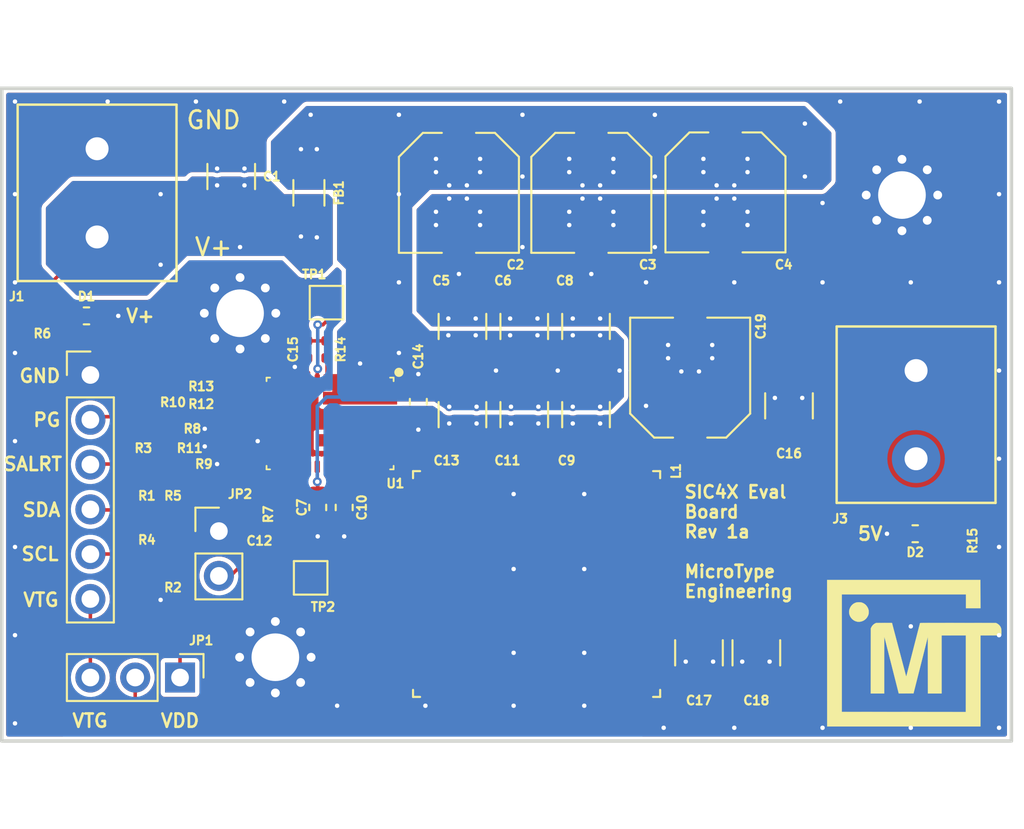
<source format=kicad_pcb>
(kicad_pcb (version 20210824) (generator pcbnew)
  (layers (0 "F.Cu" signal) (1 "In1.Cu" power) (2 "In2.Cu" power) (31 "B.Cu" signal) (34 "B.Paste" user) (35 "F.Paste" user) (36 "B.SilkS" user "B.Silkscreen") (37 "F.SilkS" user "F.Silkscreen") (38 "B.Mask" user) (39 "F.Mask" user) (44 "Edge.Cuts" user))
  (net 0 "")
  (net 1 "+12V")
  (net 2 "GND")
  (net 3 "Net-(C10-Pad1)")
  (net 4 "/VDD")
  (net 5 "+5V")
  (net 6 "Net-(D1-Pad2)")
  (net 7 "Net-(D2-Pad2)")
  (net 8 "/PGOOD")
  (net 9 "/EXTERN_VTG")
  (net 10 "/SDA")
  (net 11 "/SCL")
  (net 12 "/SALERT")
  (net 13 "/PULLUP_VTG")
  (net 14 "/EN")
  (net 15 "Net-(L1-Pad1)")
  (net 16 "Net-(R8-Pad1)")
  (net 17 "Net-(TP1-Pad1)")
  (net 18 "Net-(TP2-Pad1)")
  (net 22 "Net-(C11-Pad1)")
  (net 23 "Net-(C15-Pad1)")
  (net 24 "Net-(C15-Pad2)")
  (net 25 "Net-(R9-Pad1)")
  (net 26 "Net-(J2-Pad4)")
  (net 27 "Net-(J2-Pad5)")
  (net 28 "Net-(R11-Pad1)")
  (net 29 "Net-(R12-Pad1)")
  (net 30 "Net-(R13-Pad1)")
  (net 31 "Net-(R14-Pad2)")
  (net 32 "Net-(J2-Pad3)")
  (footprint "eval-board-1_buck-regulator:SiC45X" (layer "F.Cu") (at 18.6 19 -90)
    (fp_text reference "U1")
    (fp_text value "SIC453ED-T1-GE3")
  )
  (footprint "eval-board-1_buck-regulator:CAPACITOR_0402N" (layer "F.Cu") (at 12.6 20.3 180)
    (fp_text reference "R11")
    (fp_text value "8.87K")
  )
  (footprint "eval-board-1_buck-regulator:CAPAE660X580L260X65N" (layer "F.Cu") (at 41 5.9 -90)
    (fp_text reference "C4")
    (fp_text value "UCH1V470MCS1GS")
  )
  (footprint "eval-board-1_buck-regulator:1935776" (layer "F.Cu") (at 5.4 5.925 -90)
    (fp_text reference "J1")
    (fp_text value "Conn_01x02")
  )
  (footprint "TestPoint:TestPoint_Pad_1.5x1.5mm" (layer "F.Cu") (at 17.5 27.75 90)
    (fp_text reference "TP2")
    (fp_text value "TestPoint")
  )
  (footprint "eval-board-1_buck-regulator:CAPACITOR_0603N" (layer "F.Cu") (at 23.6 17.76 -90)
    (fp_text reference "C14")
    (fp_text value "GRM188R61H225ME11D")
  )
  (footprint "eval-board-1_buck-regulator:CAPACITOR_1210N" (layer "F.Cu") (at 13 5 90)
    (fp_text reference "C1")
    (fp_text value "GRM32ER71C226KEA8")
  )
  (footprint "eval-board-1_buck-regulator:CAPACITOR_1210N" (layer "F.Cu") (at 26.1 18.5 -90)
    (fp_text reference "C13")
    (fp_text value "GRM32ER71E226ME15K")
  )
  (footprint "eval-board-1_buck-regulator:CAPACITOR_0402N" (layer "F.Cu") (at 13.4 21.3 180)
    (fp_text reference "R9")
    (fp_text value "8.87K")
  )
  (footprint "Connector_PinHeader_2.54mm:PinHeader_1x03_P2.54mm_Vertical" (layer "F.Cu") (at 10.1 33.4 -90)
    (fp_text reference "JP1")
    (fp_text value "Jumper_NC_Dual")
  )
  (footprint "eval-board-1_buck-regulator:CAPACITOR_0402N" (layer "F.Cu") (at 54.15 25.65 90)
    (fp_text reference "R15")
    (fp_text value "220")
  )
  (footprint "eval-board-1_buck-regulator:CAPACITOR_1206N" (layer "F.Cu") (at 17.4 5.925 90)
    (fp_text reference "FB1")
    (fp_text value "74279221100")
  )
  (footprint "eval-board-1_buck-regulator:CAPACITOR_1210N" (layer "F.Cu") (at 39.5 32 -90)
    (fp_text reference "C17")
    (fp_text value "GRM32ER71C226KEA8")
  )
  (footprint "eval-board-1_buck-regulator:CAPACITOR_0402N" (layer "F.Cu") (at 13.3 16.9 180)
    (fp_text reference "R13")
    (fp_text value "10K")
  )
  (footprint "eval-board-1_buck-regulator:CAPACITOR_1210N" (layer "F.Cu") (at 29.6 13.5 90)
    (fp_text reference "C6")
    (fp_text value "GRM32ER71E226ME15K")
  )
  (footprint "MountingHole:MountingHole_2.7mm_M2.5_Pad_Via" (layer "F.Cu") (at 15.5 32.25)
    (fp_text reference "H3" hide)
    (fp_text value "MountingHole_Pad")
  )
  (footprint "eval-board-1_buck-regulator:CAPACITOR_1210N" (layer "F.Cu") (at 29.6 18.5 -90)
    (fp_text reference "C11")
    (fp_text value "GRM32ER71E226ME15K")
  )
  (footprint "eval-board-1_buck-regulator:CAPAE660X580L260X65N" (layer "F.Cu") (at 39 16.4 90)
    (fp_text reference "C19")
    (fp_text value "UCH1V470MCS1GS")
  )
  (footprint "eval-board-1_buck-regulator:CAPACITOR_1210N" (layer "F.Cu") (at 42.75 32 -90)
    (fp_text reference "C18")
    (fp_text value "GRM32ER71C226KEA8")
  )
  (footprint "eval-board-1_buck-regulator:CAPACITOR_0402N" (layer "F.Cu") (at 9.7 24.4 90)
    (fp_text reference "R5")
    (fp_text value "10K")
  )
  (footprint "eval-board-1_buck-regulator:CAPACITOR_0402N" (layer "F.Cu") (at 18.4 14.8 -90)
    (fp_text reference "R14")
    (fp_text value "2.2")
  )
  (footprint "TestPoint:TestPoint_Pad_1.5x1.5mm" (layer "F.Cu") (at 18.4 12.15)
    (fp_text reference "TP1")
    (fp_text value "TestPoint")
  )
  (footprint "footprints:CAPACITOR_0603N" (layer "F.Cu") (at 17.9 23.76 -90)
    (fp_text reference "C7")
    (fp_text value "GRM188R61H225ME11D")
  )
  (footprint "eval-board-1_buck-regulator:CAPACITOR_0402N" (layer "F.Cu") (at 15.85 24.15 90)
    (fp_text reference "R7")
    (fp_text value "10K")
  )
  (footprint "eval-board-1_buck-regulator:CAPACITOR_0603N" (layer "F.Cu") (at 19.4 23.76 -90)
    (fp_text reference "C10")
    (fp_text value "4.7u")
  )
  (footprint "eval-board-1_buck-regulator:CAPACITOR_0402N" (layer "F.Cu") (at 9.7 26.9 90)
    (fp_text reference "R2")
    (fp_text value "10K")
  )
  (footprint "MountingHole:MountingHole_2.7mm_M2.5_Pad_Via" (layer "F.Cu") (at 51 6.05)
    (fp_text reference "H1" hide)
    (fp_text value "MountingHole_Pad")
  )
  (footprint "eval-board-1_buck-regulator:CAPACITOR_1210N" (layer "F.Cu") (at 33.1 18.5 -90)
    (fp_text reference "C9")
    (fp_text value "GRM32ER71E226ME15K")
  )
  (footprint "Connector_PinHeader_2.54mm:PinHeader_1x06_P2.54mm_Vertical" (layer "F.Cu") (at 5.02 16.25)
    (fp_text reference "J2" hide)
    (fp_text value "Conn_01x06")
  )
  (footprint "eval-board-1_buck-regulator:CAPACITOR_0402N" (layer "F.Cu") (at 2.3 12.9)
    (fp_text reference "R6")
    (fp_text value "510")
  )
  (footprint "eval-board-1_buck-regulator:CAPACITOR_0402N" (layer "F.Cu") (at 8.22 26.4)
    (fp_text reference "R4")
    (fp_text value "220")
  )
  (footprint "eval-board-1_buck-regulator:CAPACITOR_0402N" (layer "F.Cu") (at 13.3 17.9 180)
    (fp_text reference "R12")
    (fp_text value "10K")
  )
  (footprint "eval-board-1_buck-regulator:CAPACITOR_0603N" (layer "F.Cu") (at 4.8 12.9 180)
    (fp_text reference "D1")
    (fp_text value "LED")
  )
  (footprint "eval-board-1_buck-regulator:CAPACITOR_0402N" (layer "F.Cu") (at 9.72 19.1 90)
    (fp_text reference "R10")
    (fp_text value "10K")
  )
  (footprint "eval-board-1_buck-regulator:CAPACITOR_0402N" (layer "F.Cu") (at 8.22 23.9)
    (fp_text reference "R1")
    (fp_text value "220")
  )
  (footprint "eval-board-1_buck-regulator:CAPACITOR_1210N" (layer "F.Cu") (at 33.1 13.5 90)
    (fp_text reference "C8")
    (fp_text value "GRM32ER71E226ME15K")
  )
  (footprint "eval-board-1_buck-regulator:1935776" (layer "F.Cu") (at 51.8 18.5 -90)
    (fp_text reference "J3")
    (fp_text value "Conn_01x02")
  )
  (footprint "eval-board-1_buck-regulator:CAPACITOR_0402N" (layer "F.Cu") (at 8.02 21.3)
    (fp_text reference "R3")
    (fp_text value "220")
  )
  (footprint "eval-board-1_buck-regulator:CAPACITOR_0402N" (layer "F.Cu") (at 17.3 14.8 90)
    (fp_text reference "C15")
    (fp_text value "0.1uF")
  )
  (footprint "Connector_PinHeader_2.54mm:PinHeader_1x02_P2.54mm_Vertical" (layer "F.Cu") (at 12.3 25.1)
    (fp_text reference "JP2")
    (fp_text value "Jumper")
  )
  (footprint "eval-board-1_buck-regulator:CAPAE660X580L260X65N" (layer "F.Cu") (at 25.9 5.925 -90)
    (fp_text reference "C2")
    (fp_text value "UCH1V470MCS1GS")
  )
  (footprint "MountingHole:MountingHole_2.7mm_M2.5_Pad_Via" (layer "F.Cu") (at 13.5 12.75)
    (fp_text reference "H2" hide)
    (fp_text value "MountingHole_Pad")
  )
  (footprint "eval-board-1_buck-regulator:PA4343_PM4343" (layer "F.Cu") (at 30.3 28.1 90)
    (fp_text reference "L1")
    (fp_text value "PA4343.102NLT")
  )
  (footprint "eval-board-1_buck-regulator:CAPACITOR_0603N" (layer "F.Cu") (at 51.75 25.25)
    (fp_text reference "D2")
    (fp_text value "LED")
  )
  (footprint "eval-board-1_buck-regulator:CAPAE660X580L260X65N" (layer "F.Cu") (at 33.4 5.925 -90)
    (fp_text reference "C3")
    (fp_text value "UCH1V470MCS1GS")
  )
  (footprint "eval-board-1_buck-regulator:CAPACITOR_1210N" (layer "F.Cu") (at 26.1 13.5 90)
    (fp_text reference "C5")
    (fp_text value "GRM32ER71E226ME15K")
  )
  (footprint "eval-board-1_buck-regulator:CAPACITOR_1210N" (layer "F.Cu") (at 44.6 18 90)
    (fp_text reference "C16")
    (fp_text value "GRM32ER71C226KEA8")
  )
  (footprint "footprints:MTE_LOGO_25.4MM" (layer "F.Cu") (at 51.7 32)
    (fp_text reference "G***" hide)
    (fp_text value "LOGO" hide)
  )
  (footprint "eval-board-1_buck-regulator:CAPACITOR_0402N" (layer "F.Cu") (at 16.3 25.65)
    (fp_text reference "C12")
    (fp_text value "1u")
  )
  (footprint "eval-board-1_buck-regulator:CAPACITOR_0402N" (layer "F.Cu") (at 12.6 19.3 180)
    (fp_text reference "R8")
    (fp_text value "8.87K")
  )
  (gr_rect (start 0 0) (end 57.2 37) (layer "Edge.Cuts") (width 0.2) (fill none))
  (gr_text "VTG" (at 3.3 29) (layer "F.SilkS") (effects (font (size 0.75 0.75)) (justify right)))
  (gr_text "PG" (at 3.4 18.8) (layer "F.SilkS") (effects (font (size 0.75 0.75)) (justify right)))
  (gr_text "GND" (at 12 1.8) (layer "F.SilkS") (effects (font (size 1 1))))
  (gr_text "SDA" (at 3.4 23.9) (layer "F.SilkS") (effects (font (size 0.75 0.75)) (justify right)))
  (gr_text "SIC4X Eval\nBoard\nRev 1a\n\nMicroType\nEngineering" (at 38.6 25.7) (layer "F.SilkS") (effects (font (size 0.7 0.7)) (justify left)))
  (gr_text "V+" (at 7.85 12.9) (layer "F.SilkS") (effects (font (size 0.75 0.75))))
  (gr_text "VTG" (at 5 35.85) (layer "F.SilkS") (effects (font (size 0.75 0.75))))
  (gr_text "GND" (at 3.4 16.3) (layer "F.SilkS") (effects (font (size 0.75 0.75)) (justify right)))
  (gr_text "V+" (at 12 9) (layer "F.SilkS") (effects (font (size 1 1))))
  (gr_text "5V" (at 49.2 25.25) (layer "F.SilkS") (effects (font (size 0.75 0.75))))
  (gr_text "SALRT" (at 3.5 21.3) (layer "F.SilkS") (effects (font (size 0.75 0.75)) (justify right)))
  (gr_text "SCL" (at 3.3 26.4) (layer "F.SilkS") (effects (font (size 0.75 0.75)) (justify right)))
  (gr_text "VDD" (at 10.1 35.85) (layer "F.SilkS") (effects (font (size 0.75 0.75))))
  (segment (start 1.815 12.9) (end 1.35 12.9) (width 0.2) (layer "F.Cu") (net 1))
  (segment (start 1.25 12.575) (end 5.4 8.425) (width 0.2) (layer "F.Cu") (net 1))
  (segment (start 1.25 12.8) (end 1.25 12.575) (width 0.2) (layer "F.Cu") (net 1))
  (segment (start 1.35 12.9) (end 1.25 12.8) (width 0.2) (layer "F.Cu") (net 1))
  (segment (start 7.25 6.575) (end 5.4 8.425) (width 0.2) (layer "F.Cu") (net 1))
  (segment (start 12.9 6.575) (end 7.25 6.575) (width 0.2) (layer "F.Cu") (net 1))
  (via (at 9 6) (size 0.5) (drill 0.25) (layers "F.Cu" "B.Cu") (net 1))
  (via (at 17.85 8.45) (size 0.5) (drill 0.25) (layers "F.Cu" "B.Cu") (net 1))
  (via (at 16.95 8.4) (size 0.5) (drill 0.25) (layers "F.Cu" "B.Cu") (net 1))
  (via (at 13.75 5.5) (size 0.5) (drill 0.25) (layers "F.Cu" "B.Cu") (net 1))
  (via (at 9 10) (size 0.5) (drill 0.25) (layers "F.Cu" "B.Cu") (net 1))
  (via (at 13.5 9) (size 0.5) (drill 0.25) (layers "F.Cu" "B.Cu") (net 1))
  (via (at 12.2 5.5) (size 0.5) (drill 0.25) (layers "F.Cu" "B.Cu") (net 1))
  (segment (start 2.6 34.9) (end 4.1 36.4) (width 0.2) (layer "F.Cu") (net 2))
  (segment (start 19.4 24.52) (end 19.4 25.4) (width 0.2) (layer "F.Cu") (net 2))
  (segment (start 37.75 34.05) (end 37.75 33.725) (width 0.2) (layer "F.Cu") (net 2))
  (segment (start 26.1 10.725) (end 25.9 10.525) (width 0.2) (layer "F.Cu") (net 2))
  (segment (start 2.6 14.6) (end 2.6 34.9) (width 0.2) (layer "F.Cu") (net 2))
  (segment (start 10.7 16.9) (end 7.6 13.8) (width 0.2) (layer "F.Cu") (net 2))
  (segment (start 5.56 12.9) (end 6.6 12.9) (width 0.2) (layer "F.Cu") (net 2))
  (segment (start 12.915 21.3) (end 12.9 21.3) (width 0.2) (layer "F.Cu") (net 2))
  (segment (start 33.4 8.37) (end 33.4 10.525) (width 0.2) (layer "F.Cu") (net 2))
  (segment (start 37.75 33.725) (end 38 33.475) (width 0.2) (layer "F.Cu") (net 2))
  (segment (start 12.115 20.3) (end 11.5 20.3) (width 0.2) (layer "F.Cu") (net 2))
  (segment (start 33.4 11.725) (end 33.1 12.025) (width 0.2) (layer "F.Cu") (net 2))
  (segment (start 38 33.475) (end 39.5 33.475) (width 0.2) (layer "F.Cu") (net 2))
  (segment (start 16.85 18.95) (end 15.8 20) (width 0.2) (layer "F.Cu") (net 2))
  (segment (start 12.115 19.3) (end 11.5 19.3) (width 0.2) (layer "F.Cu") (net 2))
  (segment (start 15.1 20) (end 14.5 20) (width 0.2) (layer "F.Cu") (net 2))
  (segment (start 26.1 12.025) (end 26.1 10.725) (width 0.2) (layer "F.Cu") (net 2))
  (segment (start 7.6 13.8) (end 3.4 13.8) (width 0.2) (layer "F.Cu") (net 2))
  (segment (start 12.9 21.3) (end 12.2 21.3) (width 0.2) (layer "F.Cu") (net 2))
  (segment (start 4.1 36.4) (end 35.4 36.4) (width 0.2) (layer "F.Cu") (net 2))
  (segment (start 16.875 16.55) (end 16.875 16.065749) (width 0.2) (layer "F.Cu") (net 2))
  (segment (start 12.815 16.9) (end 10.7 16.9) (width 0.2) (layer "F.Cu") (net 2))
  (segment (start 29.6 12.025) (end 33.1 12.025) (width 0.2) (layer "F.Cu") (net 2))
  (segment (start 33.4 10.525) (end 33.4 11.725) (width 0.2) (layer "F.Cu") (net 2))
  (segment (start 17.9 24.52) (end 17.9 25.4) (width 0.2) (layer "F.Cu") (net 2))
  (segment (start 35.4 36.4) (end 37.75 34.05) (width 0.2) (layer "F.Cu") (net 2))
  (segment (start 26.1 12.025) (end 29.6 12.025) (width 0.2) (layer "F.Cu") (net 2))
  (segment (start 3.4 13.8) (end 2.6 14.6) (width 0.2) (layer "F.Cu") (net 2))
  (segment (start 25.9 8.37) (end 25.9 10.525) (width 0.2) (layer "F.Cu") (net 2))
  (segment (start 20.375 18.95) (end 16.85 18.95) (width 0.2) (layer "F.Cu") (net 2))
  (segment (start 23.6 18.52) (end 23.6 19.35) (width 0.2) (layer "F.Cu") (net 2))
  (segment (start 16.875 16.065749) (end 16.602336 15.793085) (width 0.2) (layer "F.Cu") (net 2))
  (segment (start 17.65 25.65) (end 17.9 25.4) (width 0.2) (layer "F.Cu") (net 2))
  (segment (start 15.15 20) (end 15.1 20) (width 0.2) (layer "F.Cu") (net 2))
  (segment (start 16.785 25.65) (end 17.65 25.65) (width 0.2) (layer "F.Cu") (net 2))
  (segment (start 15.8 20) (end 15.15 20) (width 0.2) (layer "F.Cu") (net 2))
  (via (at 13.75 4.55) (size 0.5) (drill 0.25) (layers "F.Cu" "B.Cu") (net 2))
  (via (at 19 35) (size 0.5) (drill 0.25) (layers "F.Cu" "B.Cu") (net 2))
  (via (at 40.25 15.3) (size 0.5) (drill 0.25) (layers "F.Cu" "B.Cu") (net 2))
  (via (at 0.75 31) (size 0.5) (drill 0.25) (layers "F.Cu" "B.Cu") (net 2))
  (via (at 37.75 15.3) (size 0.5) (drill 0.25) (layers "F.Cu" "B.Cu") (net 2))
  (via (at 14.5 20) (size 0.5) (drill 0.25) (layers "F.Cu" "B.Cu") (net 2))
  (via (at 30.35 13.05) (size 0.5) (drill 0.25) (layers "F.Cu" "B.Cu") (net 2))
  (via (at 33.4 10.525) (size 0.5) (drill 0.25) (layers "F.Cu" "B.Cu") (net 2))
  (via (at 33.9 6.25) (size 0.5) (drill 0.25) (layers "F.Cu" "B.Cu") (net 2))
  (via (at 17.9 25.4) (size 0.5) (drill 0.25) (layers "F.Cu" "B.Cu") (net 2))
  (via (at 33 32) (size 0.5) (drill 0.25) (layers "F.Cu" "B.Cu") (net 2))
  (via (at 51.5 11) (size 0.5) (drill 0.25) (layers "F.Cu" "B.Cu") (net 2))
  (via (at 46.5 6.5) (size 0.5) (drill 0.25) (layers "F.Cu" "B.Cu") (net 2))
  (via (at 29.5 9) (size 0.5) (drill 0.25) (layers "F.Cu" "B.Cu") (net 2))
  (via (at 23.6 19.35) (size 0.5) (drill 0.25) (layers "F.Cu" "B.Cu") (net 2))
  (via (at 56.5 26) (size 0.5) (drill 0.25) (layers "F.Cu" "B.Cu") (net 2))
  (via (at 16 0.75) (size 0.5) (drill 0.25) (layers "F.Cu" "B.Cu") (net 2))
  (via (at 16.602336 15.793085) (size 0.5) (drill 0.25) (layers "F.Cu" "B.Cu") (net 2))
  (via (at 50.15 25.25) (size 0.5) (drill 0.25) (layers "F.Cu" "B.Cu") (net 2))
  (via (at 51.5 30.5) (size 0.5) (drill 0.25) (layers "F.Cu" "B.Cu") (net 2))
  (via (at 24.6 7.75) (size 0.5) (drill 0.25) (layers "F.Cu" "B.Cu") (net 2))
  (via (at 56.5 16) (size 0.5) (drill 0.25) (layers "F.Cu" "B.Cu") (net 2))
  (via (at 28.8 13.05) (size 0.5) (drill 0.25) (layers "F.Cu" "B.Cu") (net 2))
  (via (at 42.25 7) (size 0.5) (drill 0.25) (layers "F.Cu" "B.Cu") (net 2))
  (via (at 34.65 7.75) (size 0.5) (drill 0.25) (layers "F.Cu" "B.Cu") (net 2))
  (via (at 25.3 13.05) (size 0.5) (drill 0.25) (layers "F.Cu" "B.Cu") (net 2))
  (via (at 33 23) (size 0.5) (drill 0.25) (layers "F.Cu" "B.Cu") (net 2))
  (via (at 39.5 16.05) (size 0.5) (drill 0.25) (layers "F.Cu" "B.Cu") (net 2))
  (via (at 40.3 32.5) (size 0.5) (drill 0.25) (layers "F.Cu" "B.Cu") (net 2))
  (via (at 25.9 10.525) (size 0.5) (drill 0.25) (layers "F.Cu" "B.Cu") (net 2))
  (via (at 36.5 11) (size 0.5) (drill 0.25) (layers "F.Cu" "B.Cu") (net 2))
  (via (at 33.9 13.05) (size 0.5) (drill 0.25) (layers "F.Cu" "B.Cu") (net 2))
  (via (at 26.85 13.05) (size 0.5) (drill 0.25) (layers "F.Cu" "B.Cu") (net 2))
  (via (at 56.5 31) (size 0.5) (drill 0.25) (layers "F.Cu" "B.Cu") (net 2))
  (via (at 19.4 25.4) (size 0.5) (drill 0.25) (layers "F.Cu" "B.Cu") (net 2))
  (via (at 32.35 19) (size 0.5) (drill 0.25) (layers "F.Cu" "B.Cu") (net 2))
  (via (at 32.15 7.75) (size 0.5) (drill 0.25) (layers "F.Cu" "B.Cu") (net 2))
  (via (at 6 0.75) (size 0.5) (drill 0.25) (layers "F.Cu" "B.Cu") (net 2))
  (via (at 56.5 0.75) (size 0.5) (drill 0.25) (layers "F.Cu" "B.Cu") (net 2))
  (via (at 32.35 13.05) (size 0.5) (drill 0.25) (layers "F.Cu" "B.Cu") (net 2))
  (via (at 39.75 7.75) (size 0.5) (drill 0.25) (layers "F.Cu" "B.Cu") (net 2))
  (via (at 29 23) (size 0.5) (drill 0.25) (layers "F.Cu" "B.Cu") (net 2))
  (via (at 24.6 7) (size 0.5) (drill 0.25) (layers "F.Cu" "B.Cu") (net 2))
  (via (at 40.25 14.55) (size 0.5) (drill 0.25) (layers "F.Cu" "B.Cu") (net 2))
  (via (at 42.25 7.75) (size 0.5) (drill 0.25) (layers "F.Cu" "B.Cu") (net 2))
  (via (at 25.35 19) (size 0.5) (drill 0.25) (layers "F.Cu" "B.Cu") (net 2))
  (via (at 33.9 19) (size 0.5) (drill 0.25) (layers "F.Cu" "B.Cu") (net 2))
  (via (at 11.5 19.3) (size 0.5) (drill 0.25) (layers "F.Cu" "B.Cu") (net 2))
  (via (at 28.85 19) (size 0.5) (drill 0.25) (layers "F.Cu" "B.Cu") (net 2))
  (via (at 41.5 36.25) (size 0.5) (drill 0.25) (layers "F.Cu" "B.Cu") (net 2))
  (via (at 27.1 7) (size 0.5) (drill 0.25) (layers "F.Cu" "B.Cu") (net 2))
  (via (at 11 0.75) (size 0.5) (drill 0.25) (layers "F.Cu" "B.Cu") (net 2))
  (via (at 46.5 36.25) (size 0.5) (drill 0.25) (layers "F.Cu" "B.Cu") (net 2))
  (via (at 0.75 0.75) (size 0.5) (drill 0.25) (layers "F.Cu" "B.Cu") (net 2))
  (via (at 39.75 7) (size 0.5) (drill 0.25) (layers "F.Cu" "B.Cu") (net 2))
  (via (at 29 27.25) (size 0.5) (drill 0.25) (layers "F.Cu" "B.Cu") (net 2))
  (via (at 43.8 17.55) (size 0.5) (drill 0.25) (layers "F.Cu" "B.Cu") (net 2))
  (via (at 56.5 36.25) (size 0.5) (drill 0.25) (layers "F.Cu" "B.Cu") (net 2))
  (via (at 37.5 36.25) (size 0.5) (drill 0.25) (layers "F.Cu" "B.Cu") (net 2))
  (via (at 32.9 6.25) (size 0.5) (drill 0.25) (layers "F.Cu" "B.Cu") (net 2))
  (via (at 33 27.25) (size 0.5) (drill 0.25) (layers "F.Cu" "B.Cu") (net 2))
  (via (at 36.5 18) (size 0.5) (drill 0.25) (layers "F.Cu" "B.Cu") (net 2))
  (via (at 9 29) (size 0.5) (drill 0.25) (layers "F.Cu" "B.Cu") (net 2))
  (via (at 34.65 7) (size 0.5) (drill 0.25) (layers "F.Cu" "B.Cu") (net 2))
  (via (at 51.5 36.25) (size 0.5) (drill 0.25) (layers "F.Cu" "B.Cu") (net 2))
  (via (at 43.5 32.5) (size 0.5) (drill 0.25) (layers "F.Cu" "B.Cu") (net 2))
  (via (at 12.2 21.3) (size 0.5) (drill 0.25) (layers "F.Cu" "B.Cu") (net 2))
  (via (at 27.1 7.75) (size 0.5) (drill 0.25) (layers "F.Cu" "B.Cu") (net 2))
  (via (at 56.5 11) (size 0.5) (drill 0.25) (layers "F.Cu" "B.Cu") (net 2))
  (via (at 40.5 6.25) (size 0.5) (drill 0.25) (layers "F.Cu" "B.Cu") (net 2))
  (via (at 26.35 6.25) (size 0.5) (drill 0.25) (layers "F.Cu" "B.Cu") (net 2))
  (via (at 24 35) (size 0.5) (drill 0.25) (layers "F.Cu" "B.Cu") (net 2))
  (via (at 0.75 11) (size 0.5) (drill 0.25) (layers "F.Cu" "B.Cu") (net 2))
  (via (at 12.2 4.55) (size 0.5) (drill 0.25) (layers "F.Cu" "B.Cu") (net 2))
  (via (at 38.75 32.5) (size 0.5) (drill 0.25) (layers "F.Cu" "B.Cu") (net 2))
  (via (at 37 9) (size 0.5) (drill 0.25) (layers "F.Cu" "B.Cu") (net 2))
  (via (at 0.75 6) (size 0.5) (drill 0.25) (layers "F.Cu" "B.Cu") (net 2))
  (via (at 0.75 26) (size 0.5) (drill 0.25) (layers "F.Cu" "B.Cu") (net 2))
  (via (at 0.75 20) (size 0.5) (drill 0.25) (layers "F.Cu" "B.Cu") (net 2))
  (via (at 32.15 7) (size 0.5) (drill 0.25) (layers "F.Cu" "B.Cu") (net 2))
  (via (at 46.5 11) (size 0.5) (drill 0.25) (layers "F.Cu" "B.Cu") (net 2))
  (via (at 37.75 14.55) (size 0.5) (drill 0.25) (layers "F.Cu" "B.Cu") (net 2))
  (via (at 25.35 6.25) (size 0.5) (drill 0.25) (layers "F.Cu" "B.Cu") (net 2))
  (via (at 6.6 12.9) (size 0.5) (drill 0.25) (layers "F.Cu" "B.Cu") (net 2))
  (via (at 33 35) (size 0.5) (drill 0.25) (layers "F.Cu" "B.Cu") (net 2))
  (via (at 0.75 36) (size 0.5) (drill 0.25) (layers "F.Cu" "B.Cu") (net 2))
  (via (at 45.35 17.55) (size 0.5) (drill 0.25) (layers "F.Cu" "B.Cu") (net 2))
  (via (at 41.5 6.25) (size 0.5) (drill 0.25) (layers "F.Cu" "B.Cu") (net 2))
  (via (at 11.5 20.3) (size 0.5) (drill 0.25) (layers "F.Cu" "B.Cu") (net 2))
  (via (at 56.5 6) (size 0.5) (drill 0.25) (layers "F.Cu" "B.Cu") (net 2))
  (via (at 38.5 16.05) (size 0.5) (drill 0.25) (layers "F.Cu" "B.Cu") (net 2))
  (via (at 29 32) (size 0.5) (drill 0.25) (layers "F.Cu" "B.Cu") (net 2))
  (via (at 29 35) (size 0.5) (drill 0.25) (layers "F.Cu" "B.Cu") (net 2))
  (via (at 41.5 11) (size 0.5) (drill 0.25) (layers "F.Cu" "B.Cu") (net 2))
  (via (at 26.9 19) (size 0.5) (drill 0.25) (layers "F.Cu" "B.Cu") (net 2))
  (via (at 30.4 19) (size 0.5) (drill 0.25) (layers "F.Cu" "B.Cu") (net 2))
  (via (at 0.75 15) (size 0.5) (drill 0.25) (layers "F.Cu" "B.Cu") (net 2))
  (via (at 56.5 21) (size 0.5) (drill 0.25) (layers "F.Cu" "B.Cu") (net 2))
  (via (at 41.95 32.5) (size 0.5) (drill 0.25) (layers "F.Cu" "B.Cu") (net 2))
  (via (at 52 0.75) (size 0.5) (drill 0.25) (layers "F.Cu" "B.Cu") (net 2))
  (via (at 47.5 0.75) (size 0.5) (drill 0.25) (layers "F.Cu" "B.Cu") (net 2))
  (segment (start 18.942222 22.2) (end 18.6 22.2) (width 0.2) (layer "F.Cu") (net 3))
  (segment (start 19.4 23) (end 19.4 22.657778) (width 0.2) (layer "F.Cu") (net 3))
  (segment (start 19.4 22.657778) (end 18.942222 22.2) (width 0.2) (layer "F.Cu") (net 3))
  (segment (start 18.6 22.2) (end 18.375 21.975) (width 0.2) (layer "F.Cu") (net 3))
  (segment (start 18.375 21.975) (end 18.375 21.45) (width 0.2) (layer "F.Cu") (net 3))
  (segment (start 14.85 26.65) (end 15.6 26.65) (width 0.2) (layer "F.Cu") (net 4))
  (segment (start 15.85 25.615) (end 15.815 25.65) (width 0.2) (layer "F.Cu") (net 4))
  (segment (start 15.815 26.435) (end 15.815 25.65) (width 0.2) (layer "F.Cu") (net 4))
  (segment (start 15.6 26.65) (end 15.815 26.435) (width 0.2) (layer "F.Cu") (net 4))
  (segment (start 10.75 29.25) (end 13 29.25) (width 0.2) (layer "F.Cu") (net 4))
  (segment (start 13.75 27.75) (end 14.85 26.65) (width 0.2) (layer "F.Cu") (net 4))
  (segment (start 16.465 24.635) (end 16.7 24.4) (width 0.2) (layer "F.Cu") (net 4))
  (segment (start 13.75 28.5) (end 13.75 27.75) (width 0.2) (layer "F.Cu") (net 4))
  (segment (start 10.1 29.9) (end 10.75 29.25) (width 0.2) (layer "F.Cu") (net 4))
  (segment (start 13 29.25) (end 13.75 28.5) (width 0.2) (layer "F.Cu") (net 4))
  (segment (start 15.85 24.635) (end 15.85 25.615) (width 0.2) (layer "F.Cu") (net 4))
  (segment (start 10.1 33.4) (end 10.1 29.9) (width 0.2) (layer "F.Cu") (net 4))
  (segment (start 17.375 21.925) (end 17.375 21.45) (width 0.2) (layer "F.Cu") (net 4))
  (segment (start 16.7 24.4) (end 16.7 22.6) (width 0.2) (layer "F.Cu") (net 4))
  (segment (start 16.7 22.6) (end 17.375 21.925) (width 0.2) (layer "F.Cu") (net 4))
  (segment (start 15.85 24.635) (end 16.465 24.635) (width 0.2) (layer "F.Cu") (net 4))
  (segment (start 3.7 14.4) (end 3.1 15) (width 0.2) (layer "F.Cu") (net 5))
  (segment (start 4.4 35.9) (end 35.2 35.9) (width 0.2) (layer "F.Cu") (net 5))
  (segment (start 3.1 34.6) (end 4.4 35.9) (width 0.2) (layer "F.Cu") (net 5))
  (segment (start 54 27.5) (end 48.25 27.5) (width 0.2) (layer "F.Cu") (net 5))
  (segment (start 37.2 33.9) (end 37.2 31.05) (width 0.2) (layer "F.Cu") (net 5))
  (segment (start 37.2 31.05) (end 37.725 30.525) (width 0.2) (layer "F.Cu") (net 5))
  (segment (start 48.25 27.5) (end 48 27.25) (width 0.2) (layer "F.Cu") (net 5))
  (segment (start 54.15 26.135) (end 54.15 27.35) (width 0.2) (layer "F.Cu") (net 5))
  (segment (start 7.2 14.4) (end 3.7 14.4) (width 0.2) (layer "F.Cu") (net 5))
  (segment (start 35.2 35.9) (end 37.2 33.9) (width 0.2) (layer "F.Cu") (net 5))
  (segment (start 3.1 15) (end 3.1 34.6) (width 0.2) (layer "F.Cu") (net 5))
  (segment (start 12.815 17.9) (end 10.7 17.9) (width 0.2) (layer "F.Cu") (net 5))
  (segment (start 37.725 30.525) (end 39.5 30.525) (width 0.2) (layer "F.Cu") (net 5))
  (segment (start 54.15 27.35) (end 54 27.5) (width 0.2) (layer "F.Cu") (net 5))
  (segment (start 10.7 17.9) (end 7.2 14.4) (width 0.2) (layer "F.Cu") (net 5))
  (segment (start 2.785 12.9) (end 4.04 12.9) (width 0.2) (layer "F.Cu") (net 6))
  (segment (start 54.15 25.165) (end 52.595 25.165) (width 0.2) (layer "F.Cu") (net 7))
  (segment (start 52.595 25.165) (end 52.51 25.25) (width 0.2) (layer "F.Cu") (net 7))
  (segment (start 5.16 18.6) (end 5.02 18.74) (width 0.2) (layer "F.Cu") (net 8))
  (segment (start 5.02 18.79) (end 5.21 18.6) (width 0.2) (layer "F.Cu") (net 8))
  (segment (start 13.6 18.5) (end 13.485 18.615) (width 0.2) (layer "F.Cu") (net 8))
  (segment (start 13.485 18.615) (end 9.72 18.615) (width 0.2) (layer "F.Cu") (net 8))
  (segment (start 9.72 18.615) (end 5.195 18.615) (width 0.2) (layer "F.Cu") (net 8))
  (segment (start 15.15 18.5) (end 13.6 18.5) (width 0.2) (layer "F.Cu") (net 8))
  (segment (start 5.02 33.4) (end 5.02 28.95) (width 0.2) (layer "F.Cu") (net 9))
  (segment (start 9.7 23.35) (end 9.7 23.915) (width 0.2) (layer "F.Cu") (net 10))
  (segment (start 15 21.6) (end 15 21.8) (width 0.2) (layer "F.Cu") (net 10))
  (segment (start 15.875 21.45) (end 15.15 21.45) (width 0.2) (layer "F.Cu") (net 10))
  (segment (start 13.75 23.05) (end 10 23.05) (width 0.2) (layer "F.Cu") (net 10))
  (segment (start 8.705 23.9) (end 9.685 23.9) (width 0.2) (layer "F.Cu") (net 10))
  (segment (start 9.685 23.9) (end 9.7 23.915) (width 0.2) (layer "F.Cu") (net 10))
  (segment (start 15 21.8) (end 13.75 23.05) (width 0.2) (layer "F.Cu") (net 10))
  (segment (start 10 23.05) (end 9.7 23.35) (width 0.2) (layer "F.Cu") (net 10))
  (segment (start 15.15 21.45) (end 15 21.6) (width 0.2) (layer "F.Cu") (net 10))
  (segment (start 14.6 23.6) (end 16.375 21.825) (width 0.2) (layer "F.Cu") (net 11))
  (segment (start 11.3 23.6) (end 14.6 23.6) (width 0.2) (layer "F.Cu") (net 11))
  (segment (start 9.7 26.415) (end 10.285 26.415) (width 0.2) (layer "F.Cu") (net 11))
  (segment (start 16.375 21.825) (end 16.375 21.45) (width 0.2) (layer "F.Cu") (net 11))
  (segment (start 10.7 24.2) (end 11.3 23.6) (width 0.2) (layer "F.Cu") (net 11))
  (segment (start 10.7 26) (end 10.7 24.2) (width 0.2) (layer "F.Cu") (net 11))
  (segment (start 9.685 26.4) (end 9.7 26.415) (width 0.2) (layer "F.Cu") (net 11))
  (segment (start 10.285 26.415) (end 10.7 26) (width 0.2) (layer "F.Cu") (net 11))
  (segment (start 8.705 26.4) (end 9.685 26.4) (width 0.2) (layer "F.Cu") (net 11))
  (segment (start 14.1 22.1) (end 11.8 22.1) (width 0.2) (layer "F.Cu") (net 12))
  (segment (start 11 21.3) (end 8.505 21.3) (width 0.2) (layer "F.Cu") (net 12))
  (segment (start 14.5 21.7) (end 14.1 22.1) (width 0.2) (layer "F.Cu") (net 12))
  (segment (start 11.8 22.1) (end 11 21.3) (width 0.2) (layer "F.Cu") (net 12))
  (segment (start 15.15 21) (end 14.6 21) (width 0.2) (layer "F.Cu") (net 12))
  (segment (start 14.6 21) (end 14.5 21.1) (width 0.2) (layer "F.Cu") (net 12))
  (segment (start 14.5 21.1) (end 14.5 21.7) (width 0.2) (layer "F.Cu") (net 12))
  (segment (start 7.3 34.85) (end 7.56 34.59) (width 0.2) (layer "F.Cu") (net 13))
  (segment (start 8.065 19.585) (end 7.6 20.05) (width 0.2) (layer "F.Cu") (net 13))
  (segment (start 3.65 25.55) (end 3.65 27.3) (width 0.2) (layer "F.Cu") (net 13))
  (segment (start 4.1 25.1) (end 3.65 25.55) (width 0.2) (layer "F.Cu") (net 13))
  (segment (start 3.95 20.05) (end 3.65 20.35) (width 0.2) (layer "F.Cu") (net 13))
  (segment (start 3.65 24.65) (end 4.1 25.1) (width 0.2) (layer "F.Cu") (net 13))
  (segment (start 3.65 28.1) (end 3.65 34.2) (width 0.2) (layer "F.Cu") (net 13))
  (segment (start 4.3 34.85) (end 7.3 34.85) (width 0.2) (layer "F.Cu") (net 13))
  (segment (start 9.72 19.585) (end 8.065 19.585) (width 0.2) (layer "F.Cu") (net 13))
  (segment (start 3.65 34.2) (end 4.3 34.85) (width 0.2) (layer "F.Cu") (net 13))
  (segment (start 4.05 27.7) (end 8.2 27.7) (width 0.2) (layer "F.Cu") (net 13))
  (segment (start 8.515 27.385) (end 9.7 27.385) (width 0.2) (layer "F.Cu") (net 13))
  (segment (start 4.05 27.7) (end 3.65 28.1) (width 0.2) (layer "F.Cu") (net 13))
  (segment (start 8.2 27.7) (end 8.515 27.385) (width 0.2) (layer "F.Cu") (net 13))
  (segment (start 7.6 20.05) (end 3.95 20.05) (width 0.2) (layer "F.Cu") (net 13))
  (segment (start 3.65 20.35) (end 3.65 24.65) (width 0.2) (layer "F.Cu") (net 13))
  (segment (start 7.56 34.59) (end 7.56 33.4) (width 0.2) (layer "F.Cu") (net 13))
  (segment (start 3.65 27.3) (end 4.05 27.7) (width 0.2) (layer "F.Cu") (net 13))
  (segment (start 4.1 25.1) (end 9.485 25.1) (width 0.2) (layer "F.Cu") (net 13))
  (segment (start 9.485 25.1) (end 9.7 24.885) (width 0.2) (layer "F.Cu") (net 13))
  (segment (start 15.85 22.91329) (end 16.875 21.88829) (width 0.2) (layer "F.Cu") (net 14))
  (segment (start 12.96 27.64) (end 12.3 27.64) (width 0.2) (layer "F.Cu") (net 14))
  (segment (start 15.385 23.665) (end 14.7 24.35) (width 0.2) (layer "F.Cu") (net 14))
  (segment (start 15.85 23.665) (end 15.85 22.91329) (width 0.2) (layer "F.Cu") (net 14))
  (segment (start 14.7 24.35) (end 14.7 25.9) (width 0.2) (layer "F.Cu") (net 14))
  (segment (start 14.7 25.9) (end 12.96 27.64) (width 0.2) (layer "F.Cu") (net 14))
  (segment (start 16.875 21.88829) (end 16.875 21.45) (width 0.2) (layer "F.Cu") (net 14))
  (segment (start 15.85 23.665) (end 15.385 23.665) (width 0.2) (layer "F.Cu") (net 14))
  (segment (start 24.75 24.65) (end 23.3 23.2) (width 0.2) (layer "F.Cu") (net 15))
  (segment (start 20.625 22.325) (end 20.625 20.95) (width 0.2) (layer "F.Cu") (net 15))
  (segment (start 24.75 28.1) (end 24.75 24.65) (width 0.2) (layer "F.Cu") (net 15))
  (segment (start 23.3 23.2) (end 21.5 23.2) (width 0.2) (layer "F.Cu") (net 15))
  (segment (start 21.5 23.2) (end 20.625 22.325) (width 0.2) (layer "F.Cu") (net 15))
  (segment (start 13.085 19.3) (end 13.6 19.3) (width 0.2) (layer "F.Cu") (net 16))
  (segment (start 13.9 19) (end 15.15 19) (width 0.2) (layer "F.Cu") (net 16))
  (segment (start 13.6 19.3) (end 13.9 19) (width 0.2) (layer "F.Cu") (net 16))
  (segment (start 17.9 13.4) (end 18.2 13.4) (width 0.2) (layer "F.Cu") (net 17))
  (segment (start 17.875 16.55) (end 17.875 15.925) (width 0.2) (layer "F.Cu") (net 17))
  (segment (start 18.4 13.2) (end 18.4 12.15) (width 0.2) (layer "F.Cu") (net 17))
  (segment (start 18.2 13.4) (end 18.4 13.2) (width 0.2) (layer "F.Cu") (net 17))
  (segment (start 17.875 15.925) (end 17.9 15.9) (width 0.2) (layer "F.Cu") (net 17))
  (via (at 17.9 13.4) (size 0.5) (drill 0.25) (layers "F.Cu" "B.Cu") (net 17))
  (via (at 17.9 15.9) (size 0.5) (drill 0.25) (layers "F.Cu" "B.Cu") (net 17))
  (segment (start 17.9 15.9) (end 17.9 13.4) (width 0.2) (layer "B.Cu") (net 17))
  (segment (start 19.478932 22.2) (end 19.9 22.2) (width 0.2) (layer "F.Cu") (net 18))
  (segment (start 18.9 20.475) (end 18.9 21.621068) (width 0.2) (layer "F.Cu") (net 18))
  (segment (start 19.45 27.75) (end 17.5 27.75) (width 0.2) (layer "F.Cu") (net 18))
  (segment (start 20.2 27) (end 19.45 27.75) (width 0.2) (layer "F.Cu") (net 18))
  (segment (start 18.9 21.621068) (end 19.478932 22.2) (width 0.2) (layer "F.Cu") (net 18))
  (segment (start 18.375 19.95) (end 18.9 20.475) (width 0.2) (layer "F.Cu") (net 18))
  (segment (start 20.2 22.5) (end 20.2 27) (width 0.2) (layer "F.Cu") (net 18))
  (segment (start 19.9 22.2) (end 20.2 22.5) (width 0.2) (layer "F.Cu") (net 18))
  (segment (start 20.2 17.4) (end 20.575 17.025) (width 0.2) (layer "F.Cu") (net 22))
  (segment (start 20.3 15.6) (end 20.3 17.3) (width 0.2) (layer "F.Cu") (net 22))
  (segment (start 20.4 4.45) (end 22.175 4.45) (width 0.2) (layer "F.Cu") (net 22))
  (segment (start 29.6 17.025) (end 33.1 17.025) (width 0.2) (layer "F.Cu") (net 22))
  (segment (start 26.1 17.025) (end 29.6 17.025) (width 0.2) (layer "F.Cu") (net 22))
  (segment (start 26.1 17.025) (end 26.1 14.975) (width 0.2) (layer "F.Cu") (net 22))
  (segment (start 17.4 4.455) (end 20.395 4.455) (width 0.2) (layer "F.Cu") (net 22))
  (segment (start 17.9 22.325) (end 17.875 22.3) (width 0.2) (layer "F.Cu") (net 22))
  (segment (start 26.1 17.025) (end 20.575 17.025) (width 0.2) (layer "F.Cu") (net 22))
  (segment (start 17.9 23) (end 17.9 22.325) (width 0.2) (layer "F.Cu") (net 22))
  (segment (start 20.395 4.455) (end 20.4 4.45) (width 0.2) (layer "F.Cu") (net 22))
  (segment (start 23.145 3.48) (end 25.9 3.48) (width 0.2) (layer "F.Cu") (net 22))
  (segment (start 17.875 21.45) (end 17.875 22.3) (width 0.2) (layer "F.Cu") (net 22))
  (segment (start 33.1 14.975) (end 33.1 17.025) (width 0.2) (layer "F.Cu") (net 22))
  (segment (start 29.6 14.975) (end 29.6 17.025) (width 0.2) (layer "F.Cu") (net 22))
  (segment (start 22.175 4.45) (end 23.145 3.48) (width 0.2) (layer "F.Cu") (net 22))
  (segment (start 25.9 3.48) (end 33.4 3.48) (width 0.2) (layer "F.Cu") (net 22))
  (via (at 30.35 14) (size 0.5) (drill 0.25) (layers "F.Cu" "B.Cu") (net 22))
  (via (at 24.6 4) (size 0.5) (drill 0.25) (layers "F.Cu" "B.Cu") (net 22))
  (via (at 17.5 1.5) (size 0.5) (drill 0.25) (layers "F.Cu" "B.Cu") (net 22))
  (via (at 32.35 18.05) (size 0.5) (drill 0.25) (layers "F.Cu" "B.Cu") (net 22))
  (via (at 33.9 5.5) (size 0.5) (drill 0.25) (layers "F.Cu" "B.Cu") (net 22))
  (via (at 25.35 18.05) (size 0.5) (drill 0.25) (layers "F.Cu" "B.Cu") (net 22))
  (via (at 40.5 5.5) (size 0.5) (drill 0.25) (layers "F.Cu" "B.Cu") (net 22))
  (via (at 29.5 5) (size 0.5) (drill 0.25) (layers "F.Cu" "B.Cu") (net 22))
  (via (at 22.5 1.5) (size 0.5) (drill 0.25) (layers "F.Cu" "B.Cu") (net 22))
  (via (at 22.5 6) (size 0.5) (drill 0.25) (layers "F.Cu" "B.Cu") (net 22))
  (via (at 28.85 18.05) (size 0.5) (drill 0.25) (layers "F.Cu" "B.Cu") (net 22))
  (via (at 16.95 3.45) (size 0.5) (drill 0.25) (layers "F.Cu" "B.Cu") (net 22))
  (via (at 32.35 14) (size 0.5) (drill 0.25) (layers "F.Cu" "B.Cu") (net 22))
  (via (at 27.1 4) (size 0.5) (drill 0.25) (layers "F.Cu" "B.Cu") (net 22))
  (via (at 45.5 2) (size 0.5) (drill 0.25) (layers "F.Cu" "B.Cu") (net 22))
  (via (at 41.5 5.5) (size 0.5) (drill 0.25) (layers "F.Cu" "B.Cu") (net 22))
  (via (at 17.875 22.3) (size 0.5) (drill 0.25) (layers "F.Cu" "B.Cu") (net 22))
  (via (at 27.1 4.75) (size 0.5) (drill 0.25) (layers "F.Cu" "B.Cu") (net 22))
  (via (at 23.6 16.2) (size 0.5) (drill 0.25) (layers "F.Cu" "B.Cu") (net 22))
  (via (at 29.5 1.5) (size 0.5) (drill 0.25) (layers "F.Cu" "B.Cu") (net 22))
  (via (at 32.9 5.5) (size 0.5) (drill 0.25) (layers "F.Cu" "B.Cu") (net 22))
  (via (at 30.4 18.05) (size 0.5) (drill 0.25) (layers "F.Cu" "B.Cu") (net 22))
  (via (at 45.5 5) (size 0.5) (drill 0.25) (layers "F.Cu" "B.Cu") (net 22))
  (via (at 33.9 14) (size 0.5) (drill 0.25) (layers "F.Cu" "B.Cu") (net 22))
  (via (at 22.5 11) (size 0.5) (drill 0.25) (layers "F.Cu" "B.Cu") (net 22))
  (via (at 20.3 15.6) (size 0.5) (drill 0.25) (layers "F.Cu" "B.Cu") (net 22))
  (via (at 26.85 14) (size 0.5) (drill 0.25) (layers "F.Cu" "B.Cu") (net 22))
  (via (at 26.9 18.05) (size 0.5) (drill 0.25) (layers "F.Cu" "B.Cu") (net 22))
  (via (at 39.75 4.75) (size 0.5) (drill 0.25) (layers "F.Cu" "B.Cu") (net 22))
  (via (at 42.25 4.75) (size 0.5) (drill 0.25) (layers "F.Cu" "B.Cu") (net 22))
  (via (at 34.65 4.75) (size 0.5) (drill 0.25) (layers "F.Cu" "B.Cu") (net 22))
  (via (at 28 16) (size 0.5) (drill 0.25) (layers "F.Cu" "B.Cu") (net 22))
  (via (at 24.6 4.75) (size 0.5) (drill 0.25) (layers "F.Cu" "B.Cu") (net 22))
  (via (at 42.25 4) (size 0.5) (drill 0.25) (layers "F.Cu" "B.Cu") (net 22))
  (via (at 26.35 5.5) (size 0.5) (drill 0.25) (layers "F.Cu" "B.Cu") (net 22))
  (via (at 39.75 4) (size 0.5) (drill 0.25) (layers "F.Cu" "B.Cu") (net 22))
  (via (at 37 5) (size 0.5) (drill 0.25) (layers "F.Cu" "B.Cu") (net 22))
  (via (at 17.85 3.45) (size 0.5) (drill 0.25) (layers "F.Cu" "B.Cu") (net 22))
  (via (at 28.8 14) (size 0.5) (drill 0.25) (layers "F.Cu" "B.Cu") (net 22))
  (via (at 33.9 18.05) (size 0.5) (drill 0.25) (layers "F.Cu" "B.Cu") (net 22))
  (via (at 35 16) (size 0.5) (drill 0.25) (layers "F.Cu" "B.Cu") (net 22))
  (via (at 22.5 15) (size 0.5) (drill 0.25) (layers "F.Cu" "B.Cu") (net 22))
  (via (at 37 1.5) (size 0.5) (drill 0.25) (layers "F.Cu" "B.Cu") (net 22))
  (via (at 34.65 4) (size 0.5) (drill 0.25) (layers "F.Cu" "B.Cu") (net 22))
  (via (at 31.5 16) (size 0.5) (drill 0.25) (layers "F.Cu" "B.Cu") (net 22))
  (via (at 25.3 14) (size 0.5) (drill 0.25) (layers "F.Cu" "B.Cu") (net 22))
  (via (at 32.15 4) (size 0.5) (drill 0.25) (layers "F.Cu" "B.Cu") (net 22))
  (via (at 32.15 4.75) (size 0.5) (drill 0.25) (layers "F.Cu" "B.Cu") (net 22))
  (via (at 25.35 5.5) (size 0.5) (drill 0.25) (layers "F.Cu" "B.Cu") (net 22))
  (segment (start 20.3 17) (end 20.3 15.6) (width 0.2) (layer "B.Cu") (net 22))
  (segment (start 17.875 22.3) (end 17.875 18.025) (width 0.2) (layer "B.Cu") (net 22))
  (segment (start 18.4 17.5) (end 19.5 17.5) (width 0.2) (layer "B.Cu") (net 22))
  (segment (start 19.8 17.5) (end 20.3 17) (width 0.2) (layer "B.Cu") (net 22))
  (segment (start 17.875 18.025) (end 18.4 17.5) (width 0.2) (layer "B.Cu") (net 22))
  (segment (start 19.5 17.5) (end 19.8 17.5) (width 0.2) (layer "B.Cu") (net 22))
  (segment (start 17.3 16.048829) (end 17.3 15.285) (width 0.2) (layer "F.Cu") (net 23))
  (segment (start 17.375 16.123829) (end 17.3 16.048829) (width 0.2) (layer "F.Cu") (net 23))
  (segment (start 17.375 16.55) (end 17.375 16.123829) (width 0.2) (layer "F.Cu") (net 23))
  (segment (start 18.4 14.315) (end 17.3 14.315) (width 0.2) (layer "F.Cu") (net 24))
  (segment (start 14.6 20.6) (end 14.7 20.5) (width 0.2) (layer "F.Cu") (net 25))
  (segment (start 13.885 21.3) (end 13.885 20.815) (width 0.2) (layer "F.Cu") (net 25))
  (segment (start 14.1 20.6) (end 14.6 20.6) (width 0.2) (layer "F.Cu") (net 25))
  (segment (start 14.7 20.5) (end 15.15 20.5) (width 0.2) (layer "F.Cu") (net 25))
  (segment (start 13.885 20.815) (end 14.1 20.6) (width 0.2) (layer "F.Cu") (net 25))
  (segment (start 7.735 23.9) (end 5.05 23.9) (width 0.2) (layer "F.Cu") (net 26))
  (segment (start 5.05 23.9) (end 5.02 23.87) (width 0.2) (layer "F.Cu") (net 26))
  (segment (start 7.735 26.4) (end 5.03 26.4) (width 0.2) (layer "F.Cu") (net 27))
  (segment (start 5.03 26.4) (end 5.02 26.41) (width 0.2) (layer "F.Cu") (net 27))
  (segment (start 14.7 19.5) (end 14.6 19.4) (width 0.2) (layer "F.Cu") (net 28))
  (segment (start 13.9 19.6) (end 13.9 20.1) (width 0.2) (layer "F.Cu") (net 28))
  (segment (start 13.7 20.3) (end 13.085 20.3) (width 0.2) (layer "F.Cu") (net 28))
  (segment (start 15.15 19.5) (end 14.7 19.5) (width 0.2) (layer "F.Cu") (net 28))
  (segment (start 14.1 19.4) (end 13.9 19.6) (width 0.2) (layer "F.Cu") (net 28))
  (segment (start 13.9 20.1) (end 13.7 20.3) (width 0.2) (layer "F.Cu") (net 28))
  (segment (start 14.6 19.4) (end 14.1 19.4) (width 0.2) (layer "F.Cu") (net 28))
  (segment (start 14.4 17.9) (end 13.785 17.9) (width 0.2) (layer "F.Cu") (net 29))
  (segment (start 15.15 18) (end 14.5 18) (width 0.2) (layer "F.Cu") (net 29))
  (segment (start 14.5 18) (end 14.4 17.9) (width 0.2) (layer "F.Cu") (net 29))
  (segment (start 14.2 16.9) (end 13.785 16.9) (width 0.2) (layer "F.Cu") (net 30))
  (segment (start 15.15 17.5) (end 14.6 17.5) (width 0.2) (layer "F.Cu") (net 30))
  (segment (start 14.4 17.1) (end 14.2 16.9) (width 0.2) (layer "F.Cu") (net 30))
  (segment (start 14.4 17.3) (end 14.4 17.1) (width 0.2) (layer "F.Cu") (net 30))
  (segment (start 14.6 17.5) (end 14.4 17.3) (width 0.2) (layer "F.Cu") (net 30))
  (segment (start 18.429501 16.495499) (end 18.429501 15.314501) (width 0.2) (layer "F.Cu") (net 31))
  (segment (start 18.375 16.55) (end 18.429501 16.495499) (width 0.2) (layer "F.Cu") (net 31))
  (segment (start 18.429501 15.314501) (end 18.4 15.285) (width 0.2) (layer "F.Cu") (net 31))
  (segment (start 7.535 21.3) (end 5.05 21.3) (width 0.2) (layer "F.Cu") (net 32))
  (segment (start 5.05 21.3) (end 5.02 21.33) (width 0.2) (layer "F.Cu") (net 32))
  (zone (net 1) (net_name "+12V") (layers F&B.Cu) (priority 1) (connect_pads yes (clearance 0.25)) (min_thickness 0.25) (fill yes (thermal_gap 0.508) (thermal_bridge_width 0.508))
    (polygon (pts (xy 16 6) (xy 18.5 6) (xy 18.75 6.25) (xy 18.75 10) (xy 18.25 10.5) (xy 17 10.5) (xy 16 9.5) (xy 10.5 9.5) (xy 8.25 11.75) (xy 4.25 11.75) (xy 2.5 10) (xy 2.5 6.75) (xy 4 5.25) (xy 10.5 5.25) (xy 10.75 5) (xy 15 5)))
  )
  (zone (net 5) (net_name "+5V") (layer "F.Cu") (name "2") (priority 1) (connect_pads yes (clearance 0.25)) (min_thickness 0.25) (fill yes (thermal_gap 0.508) (thermal_bridge_width 0.508))
    (polygon (pts (xy 54.5 19) (xy 54.5 22.5) (xy 53 24) (xy 50.25 24) (xy 49.25 25) (xy 49.25 30.5) (xy 48 31.75) (xy 35.25 31.75) (xy 33.75 30.25) (xy 33.75 24.25) (xy 36.5 21.5) (xy 36.5 19.75) (xy 37.5 18.75) (xy 37.5 17) (xy 38 16.5) (xy 40.75 16.5) (xy 42.5 18.25) (xy 48.25 18.25) (xy 49 18.25) (xy 53.75 18.25)))
  )
  (zone (net 22) (net_name "Net-(C11-Pad1)") (layers F&B.Cu) (name "2") (priority 1) (connect_pads yes (clearance 0.25)) (min_thickness 0.25) (fill yes (thermal_gap 0.508) (thermal_bridge_width 0.508))
    (polygon (pts (xy 47 2.5) (xy 47 5.25) (xy 46.5 5.75) (xy 24.25 5.75) (xy 23.25 6.75) (xy 23.25 12.75) (xy 24.25 13.75) (xy 34.75 13.75) (xy 35.25 14.25) (xy 35.25 17.5) (xy 34.5 18.25) (xy 25.25 18.25) (xy 24.5 17.75) (xy 21.75 17.75) (xy 19.25 17.75) (xy 19 17.25) (xy 19 16.46) (xy 19 16) (xy 19 15.5) (xy 19 13.75) (xy 19.5 13.25) (xy 19.5 10.25) (xy 19 9.75) (xy 19 7) (xy 19 6) (xy 18.75 5.75) (xy 16.2 5.75) (xy 15.25 4.8) (xy 15.25 3) (xy 17.25 1) (xy 45.5 1)))
  )
  (zone (net 2) (net_name "GND") (layers "F.Cu" "In1.Cu" "In2.Cu" "B.Cu") (connect_pads yes (clearance 0.25)) (min_thickness 0.25) (fill yes (thermal_gap 0.508) (thermal_bridge_width 0.508))
    (polygon (pts (xy 57.2 37) (xy 0 37) (xy 0 0) (xy 57.2 0)))
  )
  (zone (net 0) (net_name "") (layer "F.Cu") (name "2") (connect_pads yes (clearance 0)) (min_thickness 0.25)
    (keepout (tracks allowed) (vias allowed) (pads allowed) (copperpour not_allowed) (footprints allowed))
    (fill (thermal_gap 0.508) (thermal_bridge_width 0.508))
    (polygon (pts (xy 11 16.5) (xy 12.75 16.5) (xy 12.75 18.5) (xy 10.75 18.5) (xy 7 14.75) (xy 4 14.75) (xy 3.5 15.25) (xy 3.5 34.5) (xy 4.5 35.5) (xy 35 35.5) (xy 36.75 33.75) (xy 36.75 32) (xy 38.25 32) (xy 38.25 34.5) (xy 35.75 37) (xy 4 37) (xy 2.25 35.25) (xy 2.25 14.25) (xy 3.25 13.25) (xy 7.75 13.25)))
  )
  (zone (net 15) (net_name "Net-(L1-Pad1)") (layer "F.Cu") (name "2") (priority 1) (connect_pads yes (clearance 0.25)) (min_thickness 0.25) (fill yes (thermal_gap 0.508) (thermal_bridge_width 0.508))
    (polygon (pts (xy 23.9 21.2) (xy 27.3 21.2) (xy 28.1 22) (xy 28.1 32.5) (xy 27.1 33.5) (xy 21.3 33.5) (xy 20 32.2) (xy 20 28.5) (xy 20.7 27.8) (xy 20.7 22.6) (xy 19.8 21.7) (xy 19.5 21.7) (xy 19.4 21.6) (xy 19.4 20.597999) (xy 19.4745 20.5) (xy 23.2 20.5)))
  )
)
</source>
